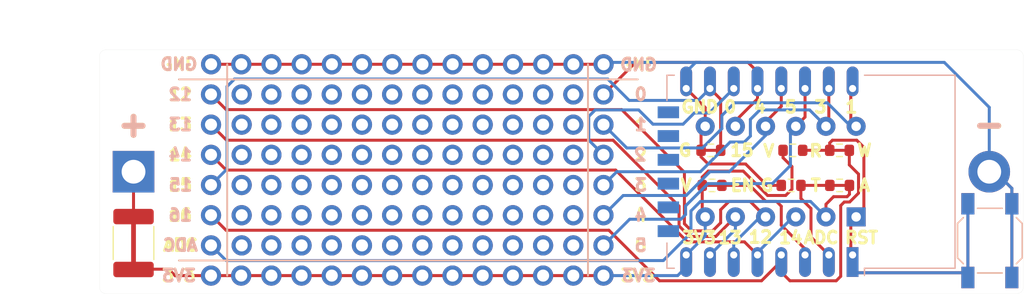
<source format=kicad_pcb>
(kicad_pcb (version 20221018) (generator pcbnew)
  (layers (0 "F.Cu" signal) (31 "B.Cu" signal) (34 "B.Paste" user) (35 "F.Paste" user) (36 "B.SilkS" user "B.Silkscreen") (37 "F.SilkS" user "F.Silkscreen") (38 "B.Mask" user) (39 "F.Mask" user) (44 "Edge.Cuts" user))
  (net 0 "")
  (net 1 "Net-(BT1-Pad1)")
  (net 2 "GND")
  (net 3 "VCC")
  (net 4 "/ADC")
  (net 5 "/IO16")
  (net 6 "/IO14")
  (net 7 "/IO12")
  (net 8 "/IO13")
  (net 15 "/IO2")
  (net 16 "/IO0")
  (net 17 "/IO4")
  (net 18 "/IO5")
  (net 19 "/IO3")
  (net 20 "/IO1")
  (net 21 "/RST")
  (net 22 "/EN")
  (net 23 "/IO15")
  (net 36 "/TOUT")
  (footprint "Resistor_SMD:R_0603_1608Metric" (layer "F.Cu") (at 119.325 71.15 180)
    (fp_text reference "R6" hide)
    (fp_text value "OPEN" hide)
    (fp_line (start -0.237258 -0.5225) (end 0.237258 -0.5225) (stroke (width 0.12)) (layer "F.SilkS"))
    (fp_line (start -0.237258 0.5225) (end 0.237258 0.5225) (stroke (width 0.12)) (layer "F.SilkS"))
    (pad "1" smd roundrect (at -0.825 0 180) (size 0.8 0.95) (layers "F.Cu" "F.Paste" "F.Mask") (net 36 "/TOUT"))
    (pad "2" smd roundrect (at 0.825 0 180) (size 0.8 0.95) (layers "F.Cu" "F.Paste" "F.Mask") (net 2 "GND"))
  )
  (footprint "2.54mm_Pin_Headers:Standalone_1x06" (layer "F.Cu") (at 88.3 63.5 -90)
    (fp_text reference "J5" hide)
    (fp_text value "Conn_01x06_Male" hide)
    (pad "1" thru_hole circle (at 0 0 270) (size 1.7 1.7) (drill 1.016) (layers "*.Cu" "*.Mask"))
    (pad "2" thru_hole circle (at 2.54 0 270) (size 1.7 1.7) (drill 1.016) (layers "*.Cu" "*.Mask"))
    (pad "3" thru_hole circle (at 5.08 0 270) (size 1.7 1.7) (drill 1.016) (layers "*.Cu" "*.Mask"))
    (pad "4" thru_hole circle (at 7.62 0 270) (size 1.7 1.7) (drill 1.016) (layers "*.Cu" "*.Mask"))
    (pad "5" thru_hole circle (at 10.16 0 270) (size 1.7 1.7) (drill 1.016) (layers "*.Cu" "*.Mask"))
    (pad "6" thru_hole circle (at 12.7 0 270) (size 1.7 1.7) (drill 1.016) (layers "*.Cu" "*.Mask"))
  )
  (footprint "2.54mm_Pin_Headers:Standalone_1x06" (layer "F.Cu") (at 75.6 63.5 -90)
    (fp_text reference "J14" hide)
    (fp_text value "Conn_01x06_Male" hide)
    (pad "1" thru_hole circle (at 0 0 270) (size 1.7 1.7) (drill 1.016) (layers "*.Cu" "*.Mask"))
    (pad "2" thru_hole circle (at 2.54 0 270) (size 1.7 1.7) (drill 1.016) (layers "*.Cu" "*.Mask"))
    (pad "3" thru_hole circle (at 5.08 0 270) (size 1.7 1.7) (drill 1.016) (layers "*.Cu" "*.Mask"))
    (pad "4" thru_hole circle (at 7.62 0 270) (size 1.7 1.7) (drill 1.016) (layers "*.Cu" "*.Mask"))
    (pad "5" thru_hole circle (at 10.16 0 270) (size 1.7 1.7) (drill 1.016) (layers "*.Cu" "*.Mask"))
    (pad "6" thru_hole circle (at 12.7 0 270) (size 1.7 1.7) (drill 1.016) (layers "*.Cu" "*.Mask"))
  )
  (footprint "2.54mm_Pin_Headers:Standalone_1x06" (layer "F.Cu") (at 93.38 63.5 -90)
    (fp_text reference "J6" hide)
    (fp_text value "Conn_01x06_Male" hide)
    (pad "1" thru_hole circle (at 0 0 270) (size 1.7 1.7) (drill 1.016) (layers "*.Cu" "*.Mask"))
    (pad "2" thru_hole circle (at 2.54 0 270) (size 1.7 1.7) (drill 1.016) (layers "*.Cu" "*.Mask"))
    (pad "3" thru_hole circle (at 5.08 0 270) (size 1.7 1.7) (drill 1.016) (layers "*.Cu" "*.Mask"))
    (pad "4" thru_hole circle (at 7.62 0 270) (size 1.7 1.7) (drill 1.016) (layers "*.Cu" "*.Mask"))
    (pad "5" thru_hole circle (at 10.16 0 270) (size 1.7 1.7) (drill 1.016) (layers "*.Cu" "*.Mask"))
    (pad "6" thru_hole circle (at 12.7 0 270) (size 1.7 1.7) (drill 1.016) (layers "*.Cu" "*.Mask"))
  )
  (footprint "Resistor_SMD:R_0603_1608Metric" (layer "F.Cu") (at 119.475 68.2)
    (fp_text reference "R3" hide)
    (fp_text value "10K" hide)
    (fp_line (start -0.237258 -0.5225) (end 0.237258 -0.5225) (stroke (width 0.12)) (layer "F.SilkS"))
    (fp_line (start -0.237258 0.5225) (end 0.237258 0.5225) (stroke (width 0.12)) (layer "F.SilkS"))
    (pad "1" smd roundrect (at -0.825 0) (size 0.8 0.95) (layers "F.Cu" "F.Paste" "F.Mask") (net 3 "VCC"))
    (pad "2" smd roundrect (at 0.825 0) (size 0.8 0.95) (layers "F.Cu" "F.Paste" "F.Mask") (net 21 "/RST"))
  )
  (footprint "KiCadBased:Fuse_1812_4532Metric_Pad1.30x3.40mm_HandSolder" (layer "F.Cu") (at 64 76 -90)
    (fp_text reference "F1" hide)
    (fp_text value "0R" hide)
    (fp_poly (pts (xy 1.7 0.2) (xy -1.7 0.2) (xy -1.7 -0.2) (xy 1.7 -0.2)) (fill solid) (layer "F.Cu"))
    (fp_line (start -1.386252 -1.71) (end 1.386252 -1.71) (stroke (width 0.12)) (layer "F.SilkS"))
    (fp_line (start -1.386252 1.71) (end 1.386252 1.71) (stroke (width 0.12)) (layer "F.SilkS"))
    (pad "1" smd roundrect (at -2.225 0 270) (size 1.3 3.4) (layers "F.Cu" "F.Paste" "F.Mask") (roundrect_rratio 0.1923076923) (net 1 "Net-(BT1-Pad1)"))
    (pad "2" smd roundrect (at 2.225 0 270) (size 1.3 3.4) (layers "F.Cu" "F.Paste" "F.Mask") (roundrect_rratio 0.1923076923) (net 3 "VCC"))
  )
  (footprint "2.54mm_Pin_Headers:Standalone_1x06" (layer "F.Cu") (at 85.76 63.5 -90)
    (fp_text reference "J12" hide)
    (fp_text value "Conn_01x06_Male" hide)
    (pad "1" thru_hole circle (at 0 0 270) (size 1.7 1.7) (drill 1.016) (layers "*.Cu" "*.Mask"))
    (pad "2" thru_hole circle (at 2.54 0 270) (size 1.7 1.7) (drill 1.016) (layers "*.Cu" "*.Mask"))
    (pad "3" thru_hole circle (at 5.08 0 270) (size 1.7 1.7) (drill 1.016) (layers "*.Cu" "*.Mask"))
    (pad "4" thru_hole circle (at 7.62 0 270) (size 1.7 1.7) (drill 1.016) (layers "*.Cu" "*.Mask"))
    (pad "5" thru_hole circle (at 10.16 0 270) (size 1.7 1.7) (drill 1.016) (layers "*.Cu" "*.Mask"))
    (pad "6" thru_hole circle (at 12.7 0 270) (size 1.7 1.7) (drill 1.016) (layers "*.Cu" "*.Mask"))
  )
  (footprint "2.54mm_Pin_Headers:Standalone_1x06" (layer "F.Cu") (at 101 63.5 -90)
    (fp_text reference "J11" hide)
    (fp_text value "Conn_01x06_Male" hide)
    (pad "1" thru_hole circle (at 0 0 270) (size 1.7 1.7) (drill 1.016) (layers "*.Cu" "*.Mask"))
    (pad "2" thru_hole circle (at 2.54 0 270) (size 1.7 1.7) (drill 1.016) (layers "*.Cu" "*.Mask"))
    (pad "3" thru_hole circle (at 5.08 0 270) (size 1.7 1.7) (drill 1.016) (layers "*.Cu" "*.Mask"))
    (pad "4" thru_hole circle (at 7.62 0 270) (size 1.7 1.7) (drill 1.016) (layers "*.Cu" "*.Mask"))
    (pad "5" thru_hole circle (at 10.16 0 270) (size 1.7 1.7) (drill 1.016) (layers "*.Cu" "*.Mask"))
    (pad "6" thru_hole circle (at 12.7 0 270) (size 1.7 1.7) (drill 1.016) (layers "*.Cu" "*.Mask"))
  )
  (footprint "2.54mm_Pin_Headers:Standalone_1x06" (layer "F.Cu") (at 73.1 63.5 -90)
    (fp_text reference "J7" hide)
    (fp_text value "Conn_01x06_Male" hide)
    (pad "1" thru_hole circle (at 0 0 270) (size 1.7 1.7) (drill 1.016) (layers "*.Cu" "*.Mask"))
    (pad "2" thru_hole circle (at 2.54 0 270) (size 1.7 1.7) (drill 1.016) (layers "*.Cu" "*.Mask"))
    (pad "3" thru_hole circle (at 5.08 0 270) (size 1.7 1.7) (drill 1.016) (layers "*.Cu" "*.Mask"))
    (pad "4" thru_hole circle (at 7.62 0 270) (size 1.7 1.7) (drill 1.016) (layers "*.Cu" "*.Mask"))
    (pad "5" thru_hole circle (at 10.16 0 270) (size 1.7 1.7) (drill 1.016) (layers "*.Cu" "*.Mask"))
    (pad "6" thru_hole circle (at 12.7 0 270) (size 1.7 1.7) (drill 1.016) (layers "*.Cu" "*.Mask"))
  )
  (footprint "KiCadBased:R_0603_1608Metric_Bridged" (layer "F.Cu") (at 123.4 68.2)
    (fp_text reference "R4" hide)
    (fp_text value "0R" hide)
    (fp_poly (pts (xy 0.45 0.125) (xy -0.45 0.125) (xy -0.45 -0.125) (xy 0.45 -0.125)) (fill solid) (layer "F.Cu"))
    (fp_line (start -0.237258 -0.5225) (end 0.237258 -0.5225) (stroke (width 0.12)) (layer "F.SilkS"))
    (fp_line (start -0.237258 0.5225) (end 0.237258 0.5225) (stroke (width 0.12)) (layer "F.SilkS"))
    (pad "1" smd roundrect (at -0.825 0) (size 0.8 0.95) (layers "F.Cu" "F.Paste" "F.Mask") (net 21 "/RST"))
    (pad "2" smd roundrect (at 0.825 0) (size 0.8 0.95) (layers "F.Cu" "F.Paste" "F.Mask") (net 5 "/IO16"))
  )
  (footprint "2.54mm_Pin_Headers:Standalone_1x06" (layer "F.Cu") (at 70.52 63.5 -90)
    (fp_text reference "J3" hide)
    (fp_text value "Conn_01x06_Male" hide)
    (pad "1" thru_hole circle (at 0 0 270) (size 1.7 1.7) (drill 1.016) (layers "*.Cu" "*.Mask") (net 7 "/IO12"))
    (pad "2" thru_hole circle (at 2.54 0 270) (size 1.7 1.7) (drill 1.016) (layers "*.Cu" "*.Mask") (net 8 "/IO13"))
    (pad "3" thru_hole circle (at 5.08 0 270) (size 1.7 1.7) (drill 1.016) (layers "*.Cu" "*.Mask") (net 6 "/IO14"))
    (pad "4" thru_hole circle (at 7.62 0 270) (size 1.7 1.7) (drill 1.016) (layers "*.Cu" "*.Mask") (net 23 "/IO15"))
    (pad "5" thru_hole circle (at 10.16 0 270) (size 1.7 1.7) (drill 1.016) (layers "*.Cu" "*.Mask") (net 5 "/IO16"))
    (pad "6" thru_hole circle (at 12.7 0 270) (size 1.7 1.7) (drill 1.016) (layers "*.Cu" "*.Mask") (net 4 "/ADC"))
  )
  (footprint "KiCadBased:R_0603_1608Metric_Bridged" (layer "F.Cu") (at 112.675 71.15)
    (fp_text reference "R1" hide)
    (fp_text value "0R" hide)
    (fp_poly (pts (xy 0.45 0.125) (xy -0.45 0.125) (xy -0.45 -0.125) (xy 0.45 -0.125)) (fill solid) (layer "F.Cu"))
    (fp_line (start -0.237258 -0.5225) (end 0.237258 -0.5225) (stroke (width 0.12)) (layer "F.SilkS"))
    (fp_line (start -0.237258 0.5225) (end 0.237258 0.5225) (stroke (width 0.12)) (layer "F.SilkS"))
    (pad "1" smd roundrect (at -0.825 0) (size 0.8 0.95) (layers "F.Cu" "F.Paste" "F.Mask") (net 3 "VCC"))
    (pad "2" smd roundrect (at 0.825 0) (size 0.8 0.95) (layers "F.Cu" "F.Paste" "F.Mask") (net 22 "/EN"))
  )
  (footprint "KiCadBased:R_0603_1608Metric_Bridged" (layer "F.Cu") (at 112.575 68.2)
    (fp_text reference "R2" hide)
    (fp_text value "0R" hide)
    (fp_poly (pts (xy 0.45 0.125) (xy -0.45 0.125) (xy -0.45 -0.125) (xy 0.45 -0.125)) (fill solid) (layer "F.Cu"))
    (fp_line (start -0.237258 -0.5225) (end 0.237258 -0.5225) (stroke (width 0.12)) (layer "F.SilkS"))
    (fp_line (start -0.237258 0.5225) (end 0.237258 0.5225) (stroke (width 0.12)) (layer "F.SilkS"))
    (pad "1" smd roundrect (at -0.825 0) (size 0.8 0.95) (layers "F.Cu" "F.Paste" "F.Mask") (net 2 "GND"))
    (pad "2" smd roundrect (at 0.825 0) (size 0.8 0.95) (layers "F.Cu" "F.Paste" "F.Mask") (net 23 "/IO15"))
  )
  (footprint "2.54mm_Pin_Headers:Standalone_1x06" (layer "F.Cu") (at 80.68 63.5 -90)
    (fp_text reference "J15" hide)
    (fp_text value "Conn_01x06_Male" hide)
    (pad "1" thru_hole circle (at 0 0 270) (size 1.7 1.7) (drill 1.016) (layers "*.Cu" "*.Mask"))
    (pad "2" thru_hole circle (at 2.54 0 270) (size 1.7 1.7) (drill 1.016) (layers "*.Cu" "*.Mask"))
    (pad "3" thru_hole circle (at 5.08 0 270) (size 1.7 1.7) (drill 1.016) (layers "*.Cu" "*.Mask"))
    (pad "4" thru_hole circle (at 7.62 0 270) (size 1.7 1.7) (drill 1.016) (layers "*.Cu" "*.Mask"))
    (pad "5" thru_hole circle (at 10.16 0 270) (size 1.7 1.7) (drill 1.016) (layers "*.Cu" "*.Mask"))
    (pad "6" thru_hole circle (at 12.7 0 270) (size 1.7 1.7) (drill 1.016) (layers "*.Cu" "*.Mask"))
  )
  (footprint "Button_Switch_SMD:SW_SPST_SKQG_WithStem" (layer "F.Cu") (at 136.05 75.8 90)
    (fp_text reference "SW1" hide)
    (fp_text value "SW_Push" hide)
    (fp_line (start -2.72 1.04) (end -2.72 -1.04) (stroke (width 0.12)) (layer "F.SilkS"))
    (fp_line (start -1.45 -2.72) (end -1.94 -2.23) (stroke (width 0.12)) (layer "F.SilkS"))
    (fp_line (start -1.45 -2.72) (end 1.45 -2.72) (stroke (width 0.12)) (layer "F.SilkS"))
    (fp_line (start -1.45 2.72) (end -1.94 2.23) (stroke (width 0.12)) (layer "F.SilkS"))
    (fp_line (start -1.45 2.72) (end 1.45 2.72) (stroke (width 0.12)) (layer "F.SilkS"))
    (fp_line (start 1.45 -2.72) (end 1.94 -2.23) (stroke (width 0.12)) (layer "F.SilkS"))
    (fp_line (start 1.45 2.72) (end 1.94 2.23) (stroke (width 0.12)) (layer "F.SilkS"))
    (fp_line (start 2.72 1.04) (end 2.72 -1.04) (stroke (width 0.12)) (layer "F.SilkS"))
    (pad "1" smd rect (at -3.1 -1.85 90) (size 1.8 1.1) (layers "F.Cu" "F.Paste" "F.Mask") (net 21 "/RST"))
    (pad "1" smd rect (at 3.1 -1.85 90) (size 1.8 1.1) (layers "F.Cu" "F.Paste" "F.Mask") (net 21 "/RST"))
    (pad "2" smd rect (at -3.1 1.85 90) (size 1.8 1.1) (layers "F.Cu" "F.Paste" "F.Mask") (net 2 "GND"))
    (pad "2" smd rect (at 3.1 1.85 90) (size 1.8 1.1) (layers "F.Cu" "F.Paste" "F.Mask") (net 2 "GND"))
  )
  (footprint "2.54mm_Pin_Headers:Standalone_1x06" (layer "F.Cu") (at 78.14 63.5 -90)
    (fp_text reference "J10" hide)
    (fp_text value "Conn_01x06_Male" hide)
    (pad "1" thru_hole circle (at 0 0 270) (size 1.7 1.7) (drill 1.016) (layers "*.Cu" "*.Mask"))
    (pad "2" thru_hole circle (at 2.54 0 270) (size 1.7 1.7) (drill 1.016) (layers "*.Cu" "*.Mask"))
    (pad "3" thru_hole circle (at 5.08 0 270) (size 1.7 1.7) (drill 1.016) (layers "*.Cu" "*.Mask"))
    (pad "4" thru_hole circle (at 7.62 0 270) (size 1.7 1.7) (drill 1.016) (layers "*.Cu" "*.Mask"))
    (pad "5" thru_hole circle (at 10.16 0 270) (size 1.7 1.7) (drill 1.016) (layers "*.Cu" "*.Mask"))
    (pad "6" thru_hole circle (at 12.7 0 270) (size 1.7 1.7) (drill 1.016) (layers "*.Cu" "*.Mask"))
  )
  (footprint "2.54mm_Pin_Headers:Standalone_1x06" (layer "F.Cu") (at 83.22 63.5 -90)
    (fp_text reference "J13" hide)
    (fp_text value "Conn_01x06_Male" hide)
    (pad "1" thru_hole circle (at 0 0 270) (size 1.7 1.7) (drill 1.016) (layers "*.Cu" "*.Mask"))
    (pad "2" thru_hole circle (at 2.54 0 270) (size 1.7 1.7) (drill 1.016) (layers "*.Cu" "*.Mask"))
    (pad "3" thru_hole circle (at 5.08 0 270) (size 1.7 1.7) (drill 1.016) (layers "*.Cu" "*.Mask"))
    (pad "4" thru_hole circle (at 7.62 0 270) (size 1.7 1.7) (drill 1.016) (layers "*.Cu" "*.Mask"))
    (pad "5" thru_hole circle (at 10.16 0 270) (size 1.7 1.7) (drill 1.016) (layers "*.Cu" "*.Mask"))
    (pad "6" thru_hole circle (at 12.7 0 270) (size 1.7 1.7) (drill 1.016) (layers "*.Cu" "*.Mask"))
  )
  (footprint "2.54mm_Pin_Headers:Standalone_1x14" (layer "F.Cu") (at 70.53 60.96)
    (fp_text reference "J17" hide)
    (fp_text value "Conn_01x14_Male" hide)
    (pad "1" thru_hole circle (at 0 0) (size 1.7 1.7) (drill 1.016) (layers "*.Cu" "*.Mask") (net 2 "GND"))
    (pad "2" thru_hole circle (at 2.54 0) (size 1.7 1.7) (drill 1.016) (layers "*.Cu" "*.Mask") (net 2 "GND"))
    (pad "3" thru_hole circle (at 5.08 0) (size 1.7 1.7) (drill 1.016) (layers "*.Cu" "*.Mask") (net 2 "GND"))
    (pad "4" thru_hole circle (at 7.62 0) (size 1.7 1.7) (drill 1.016) (layers "*.Cu" "*.Mask") (net 2 "GND"))
    (pad "5" thru_hole circle (at 10.16 0) (size 1.7 1.7) (drill 1.016) (layers "*.Cu" "*.Mask") (net 2 "GND"))
    (pad "6" thru_hole circle (at 12.7 0) (size 1.7 1.7) (drill 1.016) (layers "*.Cu" "*.Mask") (net 2 "GND"))
    (pad "7" thru_hole circle (at 15.24 0) (size 1.7 1.7) (drill 1.016) (layers "*.Cu" "*.Mask") (net 2 "GND"))
    (pad "8" thru_hole circle (at 17.78 0) (size 1.7 1.7) (drill 1.016) (layers "*.Cu" "*.Mask") (net 2 "GND"))
    (pad "9" thru_hole circle (at 20.32 0) (size 1.7 1.7) (drill 1.016) (layers "*.Cu" "*.Mask") (net 2 "GND"))
    (pad "10" thru_hole circle (at 22.86 0) (size 1.7 1.7) (drill 1.016) (layers "*.Cu" "*.Mask") (net 2 "GND"))
    (pad "11" thru_hole circle (at 25.4 0) (size 1.7 1.7) (drill 1.016) (layers "*.Cu" "*.Mask") (net 2 "GND"))
    (pad "12" thru_hole circle (at 27.94 0) (size 1.7 1.7) (drill 1.016) (layers "*.Cu" "*.Mask") (net 2 "GND"))
    (pad "13" thru_hole circle (at 30.48 0) (size 1.7 1.7) (drill 1.016) (layers "*.Cu" "*.Mask") (net 2 "GND"))
    (pad "14" thru_hole circle (at 33.02 0) (size 1.7 1.7) (drill 1.016) (layers "*.Cu" "*.Mask") (net 2 "GND"))
  )
  (footprint "2.54mm_Pin_Headers:Standalone_1x06" (layer "F.Cu") (at 103.54 76.2 90)
    (fp_text reference "J16" hide)
    (fp_text value "Conn_01x06_Male" hide)
    (pad "1" thru_hole circle (at 0 0 90) (size 1.7 1.7) (drill 1.016) (layers "*.Cu" "*.Mask") (net 18 "/IO5"))
    (pad "2" thru_hole circle (at 2.54 0 90) (size 1.7 1.7) (drill 1.016) (layers "*.Cu" "*.Mask") (net 17 "/IO4"))
    (pad "3" thru_hole circle (at 5.08 0 90) (size 1.7 1.7) (drill 1.016) (layers "*.Cu" "*.Mask") (net 19 "/IO3"))
    (pad "4" thru_hole circle (at 7.62 0 90) (size 1.7 1.7) (drill 1.016) (layers "*.Cu" "*.Mask") (net 15 "/IO2"))
    (pad "5" thru_hole circle (at 10.16 0 90) (size 1.7 1.7) (drill 1.016) (layers "*.Cu" "*.Mask") (net 20 "/IO1"))
    (pad "6" thru_hole circle (at 12.7 0 90) (size 1.7 1.7) (drill 1.016) (layers "*.Cu" "*.Mask") (net 16 "/IO0"))
  )
  (footprint "2.54mm_Pin_Headers:Standalone_1x06" (layer "F.Cu") (at 90.84 63.5 -90)
    (fp_text reference "J9" hide)
    (fp_text value "Conn_01x06_Male" hide)
    (pad "1" thru_hole circle (at 0 0 270) (size 1.7 1.7) (drill 1.016) (layers "*.Cu" "*.Mask"))
    (pad "2" thru_hole circle (at 2.54 0 270) (size 1.7 1.7) (drill 1.016) (layers "*.Cu" "*.Mask"))
    (pad "3" thru_hole circle (at 5.08 0 270) (size 1.7 1.7) (drill 1.016) (layers "*.Cu" "*.Mask"))
    (pad "4" thru_hole circle (at 7.62 0 270) (size 1.7 1.7) (drill 1.016) (layers "*.Cu" "*.Mask"))
    (pad "5" thru_hole circle (at 10.16 0 270) (size 1.7 1.7) (drill 1.016) (layers "*.Cu" "*.Mask"))
    (pad "6" thru_hole circle (at 12.7 0 270) (size 1.7 1.7) (drill 1.016) (layers "*.Cu" "*.Mask"))
  )
  (footprint "2.54mm_Pin_Headers:Standalone_1x14" (layer "F.Cu") (at 70.52 78.74)
    (fp_text reference "J2" hide)
    (fp_text value "Conn_01x14_Male" hide)
    (pad "1" thru_hole circle (at 0 0) (size 1.7 1.7) (drill 1.016) (layers "*.Cu" "*.Mask") (net 3 "VCC"))
    (pad "2" thru_hole circle (at 2.54 0) (size 1.7 1.7) (drill 1.016) (layers "*.Cu" "*.Mask") (net 3 "VCC"))
    (pad "3" thru_hole circle (at 5.08 0) (size 1.7 1.7) (drill 1.016) (layers "*.Cu" "*.Mask") (net 3 "VCC"))
    (pad "4" thru_hole circle (at 7.62 0) (size 1.7 1.7) (drill 1.016) (layers "*.Cu" "*.Mask") (net 3 "VCC"))
    (pad "5" thru_hole circle (at 10.16 0) (size 1.7 1.7) (drill 1.016) (layers "*.Cu" "*.Mask") (net 3 "VCC"))
    (pad "6" thru_hole circle (at 12.7 0) (size 1.7 1.7) (drill 1.016) (layers "*.Cu" "*.Mask") (net 3 "VCC"))
    (pad "7" thru_hole circle (at 15.24 0) (size 1.7 1.7) (drill 1.016) (layers "*.Cu" "*.Mask") (net 3 "VCC"))
    (pad "8" thru_hole circle (at 17.78 0) (size 1.7 1.7) (drill 1.016) (layers "*.Cu" "*.Mask") (net 3 "VCC"))
    (pad "9" thru_hole circle (at 20.32 0) (size 1.7 1.7) (drill 1.016) (layers "*.Cu" "*.Mask") (net 3 "VCC"))
    (pad "10" thru_hole circle (at 22.86 0) (size 1.7 1.7) (drill 1.016) (layers "*.Cu" "*.Mask") (net 3 "VCC"))
    (pad "11" thru_hole circle (at 25.4 0) (size 1.7 1.7) (drill 1.016) (layers "*.Cu" "*.Mask") (net 3 "VCC"))
    (pad "12" thru_hole circle (at 27.94 0) (size 1.7 1.7) (drill 1.016) (layers "*.Cu" "*.Mask") (net 3 "VCC"))
    (pad "13" thru_hole circle (at 30.48 0) (size 1.7 1.7) (drill 1.016) (layers "*.Cu" "*.Mask") (net 3 "VCC"))
    (pad "14" thru_hole circle (at 33.02 0) (size 1.7 1.7) (drill 1.016) (layers "*.Cu" "*.Mask") (net 3 "VCC"))
  )
  (footprint "2.54mm_Pin_Headers:Standalone_1x06" (layer "F.Cu") (at 95.92 63.5 -90)
    (fp_text reference "J4" hide)
    (fp_text value "Conn_01x06_Male" hide)
    (pad "1" thru_hole circle (at 0 0 270) (size 1.7 1.7) (drill 1.016) (layers "*.Cu" "*.Mask"))
    (pad "2" thru_hole circle (at 2.54 0 270) (size 1.7 1.7) (drill 1.016) (layers "*.Cu" "*.Mask"))
    (pad "3" thru_hole circle (at 5.08 0 270) (size 1.7 1.7) (drill 1.016) (layers "*.Cu" "*.Mask"))
    (pad "4" thru_hole circle (at 7.62 0 270) (size 1.7 1.7) (drill 1.016) (layers "*.Cu" "*.Mask"))
    (pad "5" thru_hole circle (at 10.16 0 270) (size 1.7 1.7) (drill 1.016) (layers "*.Cu" "*.Mask"))
    (pad "6" thru_hole circle (at 12.7 0 270) (size 1.7 1.7) (drill 1.016) (layers "*.Cu" "*.Mask"))
  )
  (footprint "KiCadBased:R_0603_1608Metric_Bridged" (layer "F.Cu") (at 123.41 71.15 180)
    (fp_text reference "R5" hide)
    (fp_text value "0R" hide)
    (fp_poly (pts (xy 0.45 0.125) (xy -0.45 0.125) (xy -0.45 -0.125) (xy 0.45 -0.125)) (fill solid) (layer "F.Cu"))
    (fp_line (start -0.237258 -0.5225) (end 0.237258 -0.5225) (stroke (width 0.12)) (layer "F.SilkS"))
    (fp_line (start -0.237258 0.5225) (end 0.237258 0.5225) (stroke (width 0.12)) (layer "F.SilkS"))
    (pad "1" smd roundrect (at -0.825 0 180) (size 0.8 0.95) (layers "F.Cu" "F.Paste" "F.Mask") (net 4 "/ADC"))
    (pad "2" smd roundrect (at 0.825 0 180) (size 0.8 0.95) (layers "F.Cu" "F.Paste" "F.Mask") (net 36 "/TOUT"))
  )
  (footprint "2.54mm_Pin_Headers:Standalone_1x06" (layer "F.Cu") (at 98.46 63.5 -90)
    (fp_text reference "J8" hide)
    (fp_text value "Conn_01x06_Male" hide)
    (pad "1" thru_hole circle (at 0 0 270) (size 1.7 1.7) (drill 1.016) (layers "*.Cu" "*.Mask"))
    (pad "2" thru_hole circle (at 2.54 0 270) (size 1.7 1.7) (drill 1.016) (layers "*.Cu" "*.Mask"))
    (pad "3" thru_hole circle (at 5.08 0 270) (size 1.7 1.7) (drill 1.016) (layers "*.Cu" "*.Mask"))
    (pad "4" thru_hole circle (at 7.62 0 270) (size 1.7 1.7) (drill 1.016) (layers "*.Cu" "*.Mask"))
    (pad "5" thru_hole circle (at 10.16 0 270) (size 1.7 1.7) (drill 1.016) (layers "*.Cu" "*.Mask"))
    (pad "6" thru_hole circle (at 12.7 0 270) (size 1.7 1.7) (drill 1.016) (layers "*.Cu" "*.Mask"))
  )
  (footprint "Battery:BatteryHolder_MPD_BH-18650-PC2" (layer "F.Cu") (at 64 70)
    (fp_text reference "BT1" hide)
    (fp_text value "Battery_Cell" hide)
    (pad "1" thru_hole rect (at 0 0) (size 3.5 3.5) (drill 2) (layers "*.Cu" "*.Mask") (net 1 "Net-(BT1-Pad1)"))
    (pad "2" thru_hole circle (at 72 0) (size 3.5 3.5) (drill 2) (layers "*.Cu" "*.Mask") (net 2 "GND"))
  )
  (footprint "Button_Switch_SMD:SW_SPST_SKQG_WithStem" (layer "B.Cu") (at 136.05 75.8 -90)
    (fp_text reference "SW2" hide)
    (fp_text value "SW_Push" hide)
    (fp_line (start -2.72 -1.04) (end -2.72 1.04) (stroke (width 0.12)) (layer "B.SilkS"))
    (fp_line (start -1.45 -2.72) (end -1.94 -2.23) (stroke (width 0.12)) (layer "B.SilkS"))
    (fp_line (start -1.45 -2.72) (end 1.45 -2.72) (stroke (width 0.12)) (layer "B.SilkS"))
    (fp_line (start -1.45 2.72) (end -1.94 2.23) (stroke (width 0.12)) (layer "B.SilkS"))
    (fp_line (start -1.45 2.72) (end 1.45 2.72) (stroke (width 0.12)) (layer "B.SilkS"))
    (fp_line (start 1.45 -2.72) (end 1.94 -2.23) (stroke (width 0.12)) (layer "B.SilkS"))
    (fp_line (start 1.45 2.72) (end 1.94 2.23) (stroke (width 0.12)) (layer "B.SilkS"))
    (fp_line (start 2.72 -1.04) (end 2.72 1.04) (stroke (width 0.12)) (layer "B.SilkS"))
    (pad "1" smd rect (at -3.1 1.85 270) (size 1.8 1.1) (layers "B.Cu" "B.Paste" "B.Mask") (net 21 "/RST"))
    (pad "1" smd rect (at 3.1 1.85 270) (size 1.8 1.1) (layers "B.Cu" "B.Paste" "B.Mask") (net 21 "/RST"))
    (pad "2" smd rect (at -3.1 -1.85 270) (size 1.8 1.1) (layers "B.Cu" "B.Paste" "B.Mask") (net 2 "GND"))
    (pad "2" smd rect (at 3.1 -1.85 270) (size 1.8 1.1) (layers "B.Cu" "B.Paste" "B.Mask") (net 2 "GND"))
  )
  (footprint "Package_DIP:DIP-12_W7.62mm" (layer "B.Cu") (at 124.8 73.8 90)
    (fp_text reference "J1" hide)
    (fp_text value "Conn_02x06_Counter_Clockwise" hide)
    (pad "1" thru_hole rect (at 0 0 90) (size 1.6 1.6) (drill 0.8) (layers "*.Cu" "*.Mask") (net 21 "/RST"))
    (pad "2" thru_hole oval (at 0 -2.54 90) (size 1.6 1.6) (drill 0.8) (layers "*.Cu" "*.Mask") (net 4 "/ADC"))
    (pad "3" thru_hole oval (at 0 -5.08 90) (size 1.6 1.6) (drill 0.8) (layers "*.Cu" "*.Mask") (net 6 "/IO14"))
    (pad "4" thru_hole oval (at 0 -7.62 90) (size 1.6 1.6) (drill 0.8) (layers "*.Cu" "*.Mask") (net 7 "/IO12"))
    (pad "5" thru_hole oval (at 0 -10.16 90) (size 1.6 1.6) (drill 0.8) (layers "*.Cu" "*.Mask") (net 8 "/IO13"))
    (pad "6" thru_hole oval (at 0 -12.7 90) (size 1.6 1.6) (drill 0.8) (layers "*.Cu" "*.Mask") (net 3 "VCC"))
    (pad "7" thru_hole oval (at 7.62 -12.7 90) (size 1.6 1.6) (drill 0.8) (layers "*.Cu" "*.Mask") (net 2 "GND"))
    (pad "8" thru_hole oval (at 7.62 -10.16 90) (size 1.6 1.6) (drill 0.8) (layers "*.Cu" "*.Mask") (net 16 "/IO0"))
    (pad "9" thru_hole oval (at 7.62 -7.62 90) (size 1.6 1.6) (drill 0.8) (layers "*.Cu" "*.Mask") (net 17 "/IO4"))
    (pad "10" thru_hole oval (at 7.62 -5.08 90) (size 1.6 1.6) (drill 0.8) (layers "*.Cu" "*.Mask") (net 18 "/IO5"))
    (pad "11" thru_hole oval (at 7.62 -2.54 90) (size 1.6 1.6) (drill 0.8) (layers "*.Cu" "*.Mask") (net 19 "/IO3"))
    (pad "12" thru_hole oval (at 7.62 0 90) (size 1.6 1.6) (drill 0.8) (layers "*.Cu" "*.Mask") (net 20 "/IO1"))
  )
  (footprint "KiCadBased:ESP-12E_THT" (layer "B.Cu") (at 121 70 90)
    (fp_text reference "U1" hide)
    (fp_text value "ESP-12F" hide)
    (fp_line (start -8.12 -12.12) (end -8.12 -11.5) (stroke (width 0.12)) (layer "B.SilkS"))
    (fp_line (start -8.12 4.5) (end -8.73 4.5) (stroke (width 0.12)) (layer "B.SilkS"))
    (fp_line (start -8.12 4.5) (end -8.12 12.12) (stroke (width 0.12)) (layer "B.SilkS"))
    (fp_line (start -8.12 12.12) (end 8.12 12.12) (stroke (width 0.12)) (layer "B.SilkS"))
    (fp_line (start -6 -12.12) (end -8.12 -12.12) (stroke (width 0.12)) (layer "B.SilkS"))
    (fp_line (start 8.12 -12.12) (end 6 -12.12) (stroke (width 0.12)) (layer "B.SilkS"))
    (fp_line (start 8.12 -11.5) (end 8.12 -12.12) (stroke (width 0.12)) (layer "B.SilkS"))
    (fp_line (start 8.12 12.12) (end 8.12 4.5) (stroke (width 0.12)) (layer "B.SilkS"))
    (pad "1" thru_hole rect (at -7 3.5 90) (size 2.5 1) (drill 0.6 (offset -0.6 0)) (layers "*.Cu" "*.Mask") (net 21 "/RST"))
    (pad "2" thru_hole oval (at -7 1.5 90) (size 2.5 1) (drill 0.6 (offset -0.6 0)) (layers "*.Cu" "*.Mask") (net 36 "/TOUT"))
    (pad "3" thru_hole oval (at -7 -0.5 90) (size 2.5 1) (drill 0.6 (offset -0.6 0)) (layers "*.Cu" "*.Mask") (net 22 "/EN"))
    (pad "4" thru_hole oval (at -7 -2.5 90) (size 2.5 1) (drill 0.6 (offset -0.6 0)) (layers "*.Cu" "*.Mask") (net 5 "/IO16"))
    (pad "5" thru_hole oval (at -7 -4.5 90) (size 2.5 1) (drill 0.6 (offset -0.6 0)) (layers "*.Cu" "*.Mask") (net 6 "/IO14"))
    (pad "6" thru_hole oval (at -7 -6.5 90) (size 2.5 1) (drill 0.6 (offset -0.6 0)) (layers "*.Cu" "*.Mask") (net 7 "/IO12"))
    (pad "7" thru_hole oval (at -7 -8.5 90) (size 2.5 1) (drill 0.6 (offset -0.6 0)) (layers "*.Cu" "*.Mask") (net 8 "/IO13"))
    (pad "8" thru_hole oval (at -7 -10.5 90) (size 2.5 1) (drill 0.6 (offset -0.6 0)) (layers "*.Cu" "*.Mask") (net 3 "VCC"))
    (pad "9" smd rect (at -5 -12 90) (size 1 1.8) (layers "B.Cu" "B.Paste" "B.Mask"))
    (pad "10" smd rect (at -3 -12 90) (size 1 1.8) (layers "B.Cu" "B.Paste" "B.Mask"))
    (pad "11" smd rect (at -1 -12 90) (size 1 1.8) (layers "B.Cu" "B.Paste" "B.Mask"))
    (pad "12" smd rect (at 1 -12 90) (size 1 1.8) (layers "B.Cu" "B.Paste" "B.Mask"))
    (pad "13" smd rect (at 3 -12 90) (size 1 1.8) (layers "B.Cu" "B.Paste" "B.Mask"))
    (pad "14" smd rect (at 5 -12 90) (size 1 1.8) (layers "B.Cu" "B.Paste" "B.Mask"))
    (pad "15" thru_hole oval (at 7 -10.5 90) (size 2.5 1) (drill 0.6 (offset 0.6 0)) (layers "*.Cu" "*.Mask") (net 2 "GND"))
    (pad "16" thru_hole oval (at 7 -8.5 90) (size 2.5 1) (drill 0.6 (offset 0.6 0)) (layers "*.Cu" "*.Mask") (net 23 "/IO15"))
    (pad "17" thru_hole oval (at 7 -6.5 90) (size 2.5 1) (drill 0.6 (offset 0.6 0)) (layers "*.Cu" "*.Mask") (net 15 "/IO2"))
    (pad "18" thru_hole oval (at 7 -4.5 90) (size 2.5 1) (drill 0.6 (offset 0.6 0)) (layers "*.Cu" "*.Mask") (net 16 "/IO0"))
    (pad "19" thru_hole oval (at 7 -2.5 90) (size 2.5 1) (drill 0.6 (offset 0.6 0)) (layers "*.Cu" "*.Mask") (net 17 "/IO4"))
    (pad "20" thru_hole oval (at 7 -0.5 90) (size 2.5 1) (drill 0.6 (offset 0.6 0)) (layers "*.Cu" "*.Mask") (net 18 "/IO5"))
    (pad "21" thru_hole oval (at 7 1.5 90) (size 2.5 1) (drill 0.6 (offset 0.6 0)) (layers "*.Cu" "*.Mask") (net 19 "/IO3"))
    (pad "22" thru_hole oval (at 7 3.5 90) (size 2.5 1) (drill 0.6 (offset 0.6 0)) (layers "*.Cu" "*.Mask") (net 20 "/IO1"))
  )
  (gr_line (start 106.426 77.47) (end 67.818 77.47) (stroke (width 0.15)) (layer "B.SilkS"))
  (gr_line (start 67.818 62.23) (end 106.426 62.23) (stroke (width 0.15)) (layer "B.SilkS"))
  (gr_line (start 71.882 78.74) (end 71.882 60.96) (stroke (width 0.15)) (layer "B.SilkS"))
  (gr_line (start 102.235 60.96) (end 102.235 78.74) (stroke (width 0.15)) (layer "B.SilkS"))
  (gr_line (start 102.235 78.74) (end 102.235 60.96) (stroke (width 0.15)) (layer "F.SilkS"))
  (gr_line (start 71.882 60.96) (end 71.882 78.74) (stroke (width 0.15)) (layer "F.SilkS"))
  (gr_line (start 67.818 62.23) (end 106.426 62.23) (stroke (width 0.15)) (layer "F.SilkS"))
  (gr_line (start 106.426 77.47) (end 67.818 77.47) (stroke (width 0.15)) (layer "F.SilkS"))
  (gr_line (start 61.65 80.25) (end 138.35 80.25) (stroke (width 0.01)) (layer "Edge.Cuts"))
  (gr_arc (start 138.35 59.75) (mid 138.703553 59.896447) (end 138.85 60.25) (stroke (width 0.01)) (layer "Edge.Cuts"))
  (gr_line (start 138.85 79.75) (end 138.85 60.25) (stroke (width 0.01)) (layer "Edge.Cuts"))
  (gr_arc (start 61.65 80.25) (mid 61.296447 80.103553) (end 61.15 79.75) (stroke (width 0.01)) (layer "Edge.Cuts"))
  (gr_arc (start 61.15 60.25) (mid 61.296447 59.896447) (end 61.65 59.75) (stroke (width 0.01)) (layer "Edge.Cuts"))
  (gr_arc (start 138.85 79.75) (mid 138.703553 80.103553) (end 138.35 80.25) (stroke (width 0.01)) (layer "Edge.Cuts"))
  (gr_line (start 61.15 60.25) (end 61.15 79.75) (stroke (width 0.01)) (layer "Edge.Cuts"))
  (gr_line (start 138.35 59.75) (end 61.65 59.75) (stroke (width 0.01)) (layer "Edge.Cuts"))
  (gr_text "GND" (at 106.5 61) (layer "B.SilkS") (effects (font (size 1 1) (thickness 0.25)) (justify mirror)))
  (gr_text "GND" (at 67.818 60.96) (layer "B.SilkS") (effects (font (size 1 1) (thickness 0.25)) (justify mirror)))
  (gr_text "ADC" (at 67.944999 76.174851) (layer "B.SilkS") (effects (font (size 1 1) (thickness 0.25)) (justify mirror)))
  (gr_text "13" (at 67.932944 66.03482) (layer "B.SilkS") (effects (font (size 1 1) (thickness 0.25)) (justify mirror)))
  (gr_text "14" (at 67.932944 68.572677) (layer "B.SilkS") (effects (font (size 1 1) (thickness 0.25)) (justify mirror)))
  (gr_text "0" (at 106.67482 63.486069) (layer "B.SilkS") (effects (font (size 1 1) (thickness 0.25)) (justify mirror)))
  (gr_text "2" (at 106.606 68.58) (layer "B.SilkS") (effects (font (size 1 1) (thickness 0.25)) (justify mirror)))
  (gr_text "-" (at 135.986316 65.996077) (layer "B.SilkS") (effects (font (size 2 2) (thickness 0.5)) (justify mirror)))
  (gr_text "3V3" (at 67.818 78.74) (layer "B.SilkS") (effects (font (size 1 1) (thickness 0.25)) (justify mirror)))
  (gr_text "16" (at 67.932944 73.64839) (layer "B.SilkS") (effects (font (size 1 1) (thickness 0.25)) (justify mirror)))
  (gr_text "4\n" (at 106.678416 73.66) (layer "B.SilkS") (effects (font (size 1 1) (thickness 0.25)) (justify mirror)))
  (gr_text "3V3" (at 106.5 78.74) (layer "B.SilkS") (effects (font (size 1 1) (thickness 0.25)) (justify mirror)))
  (gr_text "12" (at 67.932944 63.496964) (layer "B.SilkS") (effects (font (size 1 1) (thickness 0.25)) (justify mirror)))
  (gr_text "5" (at 106.674523 76.197619) (layer "B.SilkS") (effects (font (size 1 1) (thickness 0.25)) (justify mirror)))
  (gr_text "1" (at 106.68 66.04) (layer "B.SilkS") (effects (font (size 1 1) (thickness 0.25)) (justify mirror)))
  (gr_text "15\n" (at 67.945 71.12) (layer "B.SilkS") (effects (font (size 1 1) (thickness 0.25)) (justify mirror)))
  (gr_text "3\n" (at 106.678416 71.12) (layer "B.SilkS") (effects (font (size 1 1) (thickness 0.25)) (justify mirror)))
  (gr_text "+" (at 64 66) (layer "B.SilkS") (effects (font (size 2 2) (thickness 0.5)) (justify mirror)))
  (gr_text "15" (at 115.2 68.2) (layer "F.SilkS") (effects (font (size 1 1) (thickness 0.25))))
  (gr_text "-" (at 136 66) (layer "F.SilkS") (effects (font (size 2 2) (thickness 0.5))))
  (gr_text "V" (at 110.5 71.15) (layer "F.SilkS") (effects (font (size 1 1) (thickness 0.25)) (justify mirror)))
  (gr_text "14" (at 119.3 75.55) (layer "F.SilkS") (effects (font (size 1 1) (thickness 0.25))))
  (gr_text "13" (at 114.2 75.55) (layer "F.SilkS") (effects (font (size 1 1) (thickness 0.25))))
  (gr_text "GND" (at 111.65 64.55) (layer "F.SilkS") (effects (font (size 1 1) (thickness 0.25))))
  (gr_text "4\n" (at 106.68 73.66) (layer "F.SilkS") (effects (font (size 1 1) (thickness 0.25))))
  (gr_text "3V3" (at 111.6 75.55) (layer "F.SilkS") (effects (font (size 1 1) (thickness 0.25))))
  (gr_text "A" (at 125.5 71.15) (layer "F.SilkS") (effects (font (size 1 1) (thickness 0.25))))
  (gr_text "1" (at 106.68 66.04) (layer "F.SilkS") (effects (font (size 1 1) (thickness 0.25))))
  (gr_text "16" (at 67.932944 73.64839) (layer "F.SilkS") (effects (font (size 1 1) (thickness 0.25))))
  (gr_text "+" (at 64 66) (layer "F.SilkS") (effects (font (size 2 2) (thickness 0.5))))
  (gr_text "15\n" (at 67.945 71.12) (layer "F.SilkS") (effects (font (size 1 1) (thickness 0.25))))
  (gr_text "1" (at 124.4 64.55) (layer "F.SilkS") (effects (font (size 1 1) (thickness 0.25))))
  (gr_text "RST\n" (at 125.25 75.55) (layer "F.SilkS") (effects (font (size 1 1) (thickness 0.25))))
  (gr_text "12" (at 67.932944 63.496964) (layer "F.SilkS") (effects (font (size 1 1) (thickness 0.25))))
  (gr_text "R\n" (at 121.4 68.25) (layer "F.SilkS") (effects (font (size 1 1) (thickness 0.25))))
  (gr_text "3V3" (at 106.426 78.74) (layer "F.SilkS") (effects (font (size 1 1) (thickness 0.25))))
  (gr_text "5" (at 119.3 64.55) (layer "F.SilkS") (effects (font (size 1 1) (thickness 0.25))))
  (gr_text "12" (at 116.75 75.5) (layer "F.SilkS") (effects (font (size 1 1) (thickness 0.25))))
  (gr_text "EN\n" (at 115.25 71.15) (layer "F.SilkS") (effects (font (size 1 1) (thickness 0.25))))
  (gr_text "13" (at 67.932944 66.03482) (layer "F.SilkS") (effects (font (size 1 1) (thickness 0.25))))
  (gr_text "3V3" (at 67.818 78.74) (layer "F.SilkS") (effects (font (size 1 1) (thickness 0.25))))
  (gr_text "4" (at 116.7 64.55) (layer "F.SilkS") (effects (font (size 1 1) (thickness 0.25))))
  (gr_text "14" (at 67.932943 68.567375) (layer "F.SilkS") (effects (font (size 1 1) (thickness 0.25))))
  (gr_text "2" (at 106.68 68.58) (layer "F.SilkS") (effects (font (size 1 1) (thickness 0.25))))
  (gr_text "5" (at 106.674523 76.197619) (layer "F.SilkS") (effects (font (size 1 1) (thickness 0.25))))
  (gr_text "ADC" (at 67.944999 76.174851) (layer "F.SilkS") (effects (font (size 1 1) (thickness 0.25))))
  (gr_text "0" (at 106.67482 63.486069) (layer "F.SilkS") (effects (font (size 1 1) (thickness 0.25))))
  (gr_text "0" (at 114.2 64.55) (layer "F.SilkS") (effects (font (size 1 1) (thickness 0.25))))
  (gr_text "G" (at 117.3 71.15) (layer "F.SilkS") (effects (font (size 1 1) (thickness 0.25))))
  (gr_text "T" (at 121.4 71.15) (layer "F.SilkS") (effects (font (size 1 1) (thickness 0.25))))
  (gr_text "V" (at 117.45 68.25) (layer "F.SilkS") (effects (font (size 1 1) (thickness 0.25))))
  (gr_text "3\n" (at 106.68 71.12) (layer "F.SilkS") (effects (font (size 1 1) (thickness 0.25))))
  (gr_text "3\n" (at 121.8 64.55) (layer "F.SilkS") (effects (font (size 1 1) (thickness 0.25))))
  (gr_text "GND" (at 106.5 61) (layer "F.SilkS") (effects (font (size 1 1) (thickness 0.25))))
  (gr_text "G" (at 110.4 68.2) (layer "F.SilkS") (effects (font (size 1 1) (thickness 0.25))))
  (gr_text "W" (at 125.5 68.2) (layer "F.SilkS") (effects (font (size 1 1) (thickness 0.25))))
  (gr_text "GND" (at 67.818 60.96) (layer "F.SilkS") (effects (font (size 1 1) (thickness 0.25))))
  (gr_text "ADC\n" (at 121.85 75.55) (layer "F.SilkS") (effects (font (size 1 1) (thickness 0.25))))
  (segment (start 64 70) (end 64 73.775) (width 0.25) (layer "F.Cu") (net 1))
  (segment (start 137.9 71.4) (end 136.5 70) (width 0.25) (layer "F.Cu") (net 2))
  (segment (start 137.9 78.9) (end 137.9 72.7) (width 0.25) (layer "F.Cu") (net 2))
  (segment (start 103.55 60.96) (end 70.53 60.96) (width 0.25) (layer "F.Cu") (net 2))
  (segment (start 110.5 63) (end 112.1 64.6) (width 0.25) (layer "F.Cu") (net 2))
  (segment (start 117.3 71.15) (end 118.5 71.15) (width 0.25) (layer "F.Cu") (net 2))
  (segment (start 111.75 68.2) (end 111.75 68.75) (width 0.25) (layer "F.Cu") (net 2))
  (segment (start 136 70) (end 136.5 70) (width 0.25) (layer "F.Cu") (net 2))
  (segment (start 112.1 64.6) (end 112.1 66.18) (width 0.25) (layer "F.Cu") (net 2))
  (segment (start 136.6 70) (end 136 70) (width 0.25) (layer "F.Cu") (net 2))
  (segment (start 112.35 69.35) (end 115.5 69.35) (width 0.25) (layer "F.Cu") (net 2))
  (segment (start 111.75 68.2) (end 111.75 66.53) (width 0.25) (layer "F.Cu") (net 2))
  (segment (start 111.75 66.53) (end 112.1 66.18) (width 0.25) (layer "F.Cu") (net 2))
  (segment (start 115.5 69.35) (end 117.3 71.15) (width 0.25) (layer "F.Cu") (net 2))
  (segment (start 137.9 72.7) (end 137.9 71.4) (width 0.25) (layer "F.Cu") (net 2))
  (segment (start 111.75 68.75) (end 112.35 69.35) (width 0.25) (layer "F.Cu") (net 2))
  (segment (start 103.71 60.8) (end 103.55 60.96) (width 0.25) (layer "B.Cu") (net 2))
  (segment (start 132.216778 60.8) (end 111.7 60.8) (width 0.25) (layer "B.Cu") (net 2))
  (segment (start 111.3 60.8) (end 111.7 60.8) (width 0.25) (layer "B.Cu") (net 2))
  (segment (start 137.9 72.7) (end 137.9 71.4) (width 0.25) (layer "B.Cu") (net 2))
  (segment (start 110.5 63) (end 110.5 61.6) (width 0.25) (layer "B.Cu") (net 2))
  (segment (start 111.7 60.8) (end 103.71 60.8) (width 0.25) (layer "B.Cu") (net 2))
  (segment (start 136.5 70) (end 136 70) (width 0.25) (layer "B.Cu") (net 2))
  (segment (start 136 70) (end 136 64.583222) (width 0.25) (layer "B.Cu") (net 2))
  (segment (start 137.9 71.4) (end 136.5 70) (width 0.25) (layer "B.Cu") (net 2))
  (segment (start 136 64.583222) (end 132.216778 60.8) (width 0.25) (layer "B.Cu") (net 2))
  (segment (start 136.6 70) (end 136 70) (width 0.25) (layer "B.Cu") (net 2))
  (segment (start 110.5 61.6) (end 111.3 60.8) (width 0.25) (layer "B.Cu") (net 2))
  (segment (start 137.9 72.7) (end 137.9 78.9) (width 0.25) (layer "B.Cu") (net 2))
  (segment (start 111.85 71.15) (end 111.85 70.45) (width 0.25) (layer "F.Cu") (net 3))
  (segment (start 64.025 78.2) (end 64 78.225) (width 0.25) (layer "F.Cu") (net 3))
  (segment (start 111.85 70.45) (end 112.35 69.95) (width 0.25) (layer "F.Cu") (net 3))
  (segment (start 67 78.25) (end 67.075 78.325) (width 0.25) (layer "F.Cu") (net 3))
  (segment (start 119.4 71.467462) (end 119.4 69.574695) (width 0.25) (layer "F.Cu") (net 3))
  (segment (start 112.35 69.95) (end 115.3 69.95) (width 0.25) (layer "F.Cu") (net 3))
  (segment (start 112.1 73.75) (end 111.9 73.55) (width 0.25) (layer "F.Cu") (net 3))
  (segment (start 67.51 78.74) (end 70.52 78.74) (width 0.25) (layer "F.Cu") (net 3))
  (segment (start 117.35 72) (end 118.867462 72) (width 0.25) (layer "F.Cu") (net 3))
  (segment (start 115.3 69.95) (end 117.35 72) (width 0.25) (layer "F.Cu") (net 3))
  (segment (start 112.1 73.8) (end 112.1 73.75) (width 0.25) (layer "F.Cu") (net 3))
  (segment (start 111.85 73.55) (end 111.85 71.15) (width 0.25) (layer "F.Cu") (net 3))
  (segment (start 118.867462 72) (end 119.4 71.467462) (width 0.25) (layer "F.Cu") (net 3))
  (segment (start 118.65 68.824695) (end 118.65 68.2) (width 0.25) (layer "F.Cu") (net 3))
  (segment (start 66.95 78.2) (end 64.025 78.2) (width 0.25) (layer "F.Cu") (net 3))
  (segment (start 112.1 73.8) (end 111.85 73.55) (width 0.25) (layer "F.Cu") (net 3))
  (segment (start 67.075 78.325) (end 67.5 78.75) (width 0.25) (layer "F.Cu") (net 3))
  (segment (start 70.52 78.74) (end 103.54 78.74) (width 0.25) (layer "F.Cu") (net 3))
  (segment (start 67.51 78.74) (end 67.5 78.75) (width 0.25) (layer "F.Cu") (net 3))
  (segment (start 119.4 69.574695) (end 118.65 68.824695) (width 0.25) (layer "F.Cu") (net 3))
  (segment (start 67.075 78.325) (end 66.95 78.2) (width 0.25) (layer "F.Cu") (net 3))
  (segment (start 112.1 75.4) (end 110.5 77) (width 0.25) (layer "B.Cu") (net 3))
  (segment (start 109.785 78.74) (end 110.5 78.025) (width 0.25) (layer "B.Cu") (net 3))
  (segment (start 110.5 78.025) (end 110.5 77) (width 0.25) (layer "B.Cu") (net 3))
  (segment (start 112.1 73.8) (end 112.1 75.4) (width 0.25) (layer "B.Cu") (net 3))
  (segment (start 103.54 78.74) (end 109.785 78.74) (width 0.25) (layer "B.Cu") (net 3))
  (segment (start 124.035 72.1) (end 124.235 71.9) (width 0.25) (layer "F.Cu") (net 4))
  (segment (start 122.9 72.1) (end 124.035 72.1) (width 0.25) (layer "F.Cu") (net 4))
  (segment (start 122.26 72.74) (end 122.9 72.1) (width 0.25) (layer "F.Cu") (net 4))
  (segment (start 124.235 71.9) (end 124.235 71.15) (width 0.25) (layer "F.Cu") (net 4))
  (segment (start 122.26 73.8) (end 122.26 72.74) (width 0.25) (layer "F.Cu") (net 4))
  (segment (start 111.7 72.5) (end 120.96 72.5) (width 0.25) (layer "B.Cu") (net 4))
  (segment (start 120.96 72.5) (end 122.26 73.8) (width 0.25) (layer "B.Cu") (net 4))
  (segment (start 71.795 77.475) (end 108.575 77.475) (width 0.25) (layer "B.Cu") (net 4))
  (segment (start 70.52 76.2) (end 71.795 77.475) (width 0.25) (layer "B.Cu") (net 4))
  (segment (start 108.575 77.475) (end 110.9 75.15) (width 0.25) (layer "B.Cu") (net 4))
  (segment (start 110.9 73.3) (end 111.7 72.5) (width 0.25) (layer "B.Cu") (net 4))
  (segment (start 110.9 75.15) (end 110.9 73.3) (width 0.25) (layer "B.Cu") (net 4))
  (segment (start 124.25 72.55) (end 123.8 72.55) (width 0.25) (layer "F.Cu") (net 5))
  (segment (start 123.5 72.85) (end 123.5 78.8) (width 0.25) (layer "F.Cu") (net 5))
  (segment (start 119.225 79.175) (end 118.5 78.45) (width 0.25) (layer "F.Cu") (net 5))
  (segment (start 123.125 79.175) (end 119.225 79.175) (width 0.25) (layer "F.Cu") (net 5))
  (segment (start 118.5 77) (end 118.5 77.516726) (width 0.25) (layer "F.Cu") (net 5))
  (segment (start 116.841726 79.175) (end 108.25 79.175) (width 0.25) (layer "F.Cu") (net 5))
  (segment (start 118.5 78.45) (end 118.5 77) (width 0.25) (layer "F.Cu") (net 5))
  (segment (start 123.8 72.55) (end 123.5 72.85) (width 0.25) (layer "F.Cu") (net 5))
  (segment (start 125 71.8) (end 124.25 72.55) (width 0.25) (layer "F.Cu") (net 5))
  (segment (start 108.25 79.175) (end 104 74.925) (width 0.25) (layer "F.Cu") (net 5))
  (segment (start 104 74.925) (end 71.785 74.925) (width 0.25) (layer "F.Cu") (net 5))
  (segment (start 71.785 74.925) (end 70.52 73.66) (width 0.25) (layer "F.Cu") (net 5))
  (segment (start 123.5 78.8) (end 123.125 79.175) (width 0.25) (layer "F.Cu") (net 5))
  (segment (start 118.5 77.516726) (end 116.841726 79.175) (width 0.25) (layer "F.Cu") (net 5))
  (segment (start 125 70.2) (end 125 71.8) (width 0.25) (layer "F.Cu") (net 5))
  (segment (start 124.225 68.2) (end 124.225 69.425) (width 0.25) (layer "F.Cu") (net 5))
  (segment (start 124.225 69.425) (end 125 70.2) (width 0.25) (layer "F.Cu") (net 5))
  (segment (start 115.4 75.9) (end 116.5 77) (width 0.25) (layer "F.Cu") (net 6))
  (segment (start 70.52 68.58) (end 71.802964 69.862964) (width 0.25) (layer "F.Cu") (net 6))
  (segment (start 107.1 72.4) (end 110.6 75.9) (width 0.25) (layer "F.Cu") (net 6))
  (segment (start 110.6 75.9) (end 115.4 75.9) (width 0.25) (layer "F.Cu") (net 6))
  (segment (start 71.802964 69.862964) (end 104.562964 69.862964) (width 0.25) (layer "F.Cu") (net 6))
  (segment (start 104.562964 69.862964) (end 107.1 72.4) (width 0.25) (layer "F.Cu") (net 6))
  (segment (start 119.5 73.8) (end 119.72 73.8) (width 0.25) (layer "B.Cu") (net 6))
  (segment (start 116.5 76.8) (end 119.5 73.8) (width 0.25) (layer "B.Cu") (net 6))
  (segment (start 116.5 77) (end 116.5 76.8) (width 0.25) (layer "B.Cu") (net 6))
  (segment (start 113.4 73.2) (end 114.1 72.5) (width 0.25) (layer "F.Cu") (net 7))
  (segment (start 113.4 74.3) (end 113.4 73.2) (width 0.25) (layer "F.Cu") (net 7))
  (segment (start 110.35 70.05) (end 110.35 74.377208) (width 0.25) (layer "F.Cu") (net 7))
  (segment (start 70.52 63.5) (end 71.795 64.775) (width 0.25) (layer "F.Cu") (net 7))
  (segment (start 110.35 74.377208) (end 110.949594 74.976802) (width 0.25) (layer "F.Cu") (net 7))
  (segment (start 112.723198 74.976802) (end 113.4 74.3) (width 0.25) (layer "F.Cu") (net 7))
  (segment (start 110.949594 74.976802) (end 112.723198 74.976802) (width 0.25) (layer "F.Cu") (net 7))
  (segment (start 114.1 72.5) (end 115.88 72.5) (width 0.25) (layer "F.Cu") (net 7))
  (segment (start 115.88 72.5) (end 117.18 73.8) (width 0.25) (layer "F.Cu") (net 7))
  (segment (start 105.075 64.775) (end 110.35 70.05) (width 0.25) (layer "F.Cu") (net 7))
  (segment (start 71.795 64.775) (end 105.075 64.775) (width 0.25) (layer "F.Cu") (net 7))
  (segment (start 116.73 73.8) (end 117.18 73.8) (width 0.25) (layer "B.Cu") (net 7))
  (segment (start 114.5 76.03) (end 116.73 73.8) (width 0.25) (layer "B.Cu") (net 7))
  (segment (start 114.5 77) (end 114.5 76.03) (width 0.25) (layer "B.Cu") (net 7))
  (segment (start 114.64 73.8) (end 112.99 75.45) (width 0.25) (layer "F.Cu") (net 8))
  (segment (start 71.83 67.35) (end 70.52 66.04) (width 0.25) (layer "F.Cu") (net 8))
  (segment (start 112.99 75.45) (end 110.786396 75.45) (width 0.25) (layer "F.Cu") (net 8))
  (segment (start 104.35 67.35) (end 71.83 67.35) (width 0.25) (layer "F.Cu") (net 8))
  (segment (start 110.786396 75.45) (end 109.9 74.563604) (width 0.25) (layer "F.Cu") (net 8))
  (segment (start 109.9 74.563604) (end 109.9 72.9) (width 0.25) (layer "F.Cu") (net 8))
  (segment (start 109.9 72.9) (end 104.35 67.35) (width 0.25) (layer "F.Cu") (net 8))
  (segment (start 114.64 74.86) (end 112.5 77) (width 0.25) (layer "B.Cu") (net 8))
  (segment (start 114.64 73.8) (end 114.64 74.86) (width 0.25) (layer "B.Cu") (net 8))
  (segment (start 102.85 64.8) (end 102.3 65.35) (width 0.25) (layer "B.Cu") (net 15))
  (segment (start 102.3 65.35) (end 102.3 67.34) (width 0.25) (layer "B.Cu") (net 15))
  (segment (start 111.184009 65.055) (end 110.239009 66) (width 0.25) (layer "B.Cu") (net 15))
  (segment (start 107.7 66) (end 106.5 64.8) (width 0.25) (layer "B.Cu") (net 15))
  (segment (start 114.5 63) (end 112.445 65.055) (width 0.25) (layer "B.Cu") (net 15))
  (segment (start 110.239009 66) (end 107.7 66) (width 0.25) (layer "B.Cu") (net 15))
  (segment (start 102.3 67.34) (end 103.54 68.58) (width 0.25) (layer "B.Cu") (net 15))
  (segment (start 106.5 64.8) (end 102.85 64.8) (width 0.25) (layer "B.Cu") (net 15))
  (segment (start 112.445 65.055) (end 111.184009 65.055) (width 0.25) (layer "B.Cu") (net 15))
  (segment (start 115.7 60.8) (end 106.24 60.8) (width 0.25) (layer "F.Cu") (net 16))
  (segment (start 106.24 60.8) (end 103.54 63.5) (width 0.25) (layer "F.Cu") (net 16))
  (segment (start 114.64 65.73) (end 116.5 63.87) (width 0.25) (layer "F.Cu") (net 16))
  (segment (start 114.64 66.18) (end 114.64 65.73) (width 0.25) (layer "F.Cu") (net 16))
  (segment (start 116.5 63.87) (end 116.5 63) (width 0.25) (layer "F.Cu") (net 16))
  (segment (start 116.5 61.6) (end 115.7 60.8) (width 0.25) (layer "F.Cu") (net 16))
  (segment (start 116.5 63) (end 116.5 61.6) (width 0.25) (layer "F.Cu") (net 16))
  (segment (start 117.18 65.82) (end 118.5 64.5) (width 0.25) (layer "F.Cu") (net 17))
  (segment (start 117.18 66.18) (end 117.18 65.82) (width 0.25) (layer "F.Cu") (net 17))
  (segment (start 118.5 64.5) (end 118.5 63) (width 0.25) (layer "F.Cu") (net 17))
  (segment (start 114.125 70) (end 117.18 66.945) (width 0.25) (layer "B.Cu") (net 17))
  (segment (start 105.2 72) (end 110.5 72) (width 0.25) (layer "B.Cu") (net 17))
  (segment (start 117.18 66.945) (end 117.18 66.18) (width 0.25) (layer "B.Cu") (net 17))
  (segment (start 112.5 70) (end 114.125 70) (width 0.25) (layer "B.Cu") (net 17))
  (segment (start 103.54 73.66) (end 105.2 72) (width 0.25) (layer "B.Cu") (net 17))
  (segment (start 110.5 72) (end 112.5 70) (width 0.25) (layer "B.Cu") (net 17))
  (segment (start 120.5 65.4) (end 120.5 63) (width 0.25) (layer "F.Cu") (net 18))
  (segment (start 119.72 66.18) (end 120.5 65.4) (width 0.25) (layer "F.Cu") (net 18))
  (segment (start 105.74 74) (end 110.05 74) (width 0.25) (layer "B.Cu") (net 18))
  (segment (start 117.75 71) (end 119.27 69.48) (width 0.25) (layer "B.Cu") (net 18))
  (segment (start 110.45 72.875) (end 112.325 71) (width 0.25) (layer "B.Cu") (net 18))
  (segment (start 103.54 76.2) (end 105.74 74) (width 0.25) (layer "B.Cu") (net 18))
  (segment (start 119.27 66.63) (end 119.72 66.18) (width 0.25) (layer "B.Cu") (net 18))
  (segment (start 119.27 69.48) (end 119.27 66.63) (width 0.25) (layer "B.Cu") (net 18))
  (segment (start 110.05 74) (end 110.45 73.6) (width 0.25) (layer "B.Cu") (net 18))
  (segment (start 112.325 71) (end 117.75 71) (width 0.25) (layer "B.Cu") (net 18))
  (segment (start 110.45 73.6) (end 110.45 72.875) (width 0.25) (layer "B.Cu") (net 18))
  (segment (start 122.26 66.18) (end 122.5 65.94) (width 0.25) (layer "F.Cu") (net 19))
  (segment (start 122.5 65.94) (end 122.5 63) (width 0.25) (layer "F.Cu") (net 19))
  (segment (start 115.9 67.000001) (end 115.9 65.6) (width 0.25) (layer "B.Cu") (net 19))
  (segment (start 103.54 71.12) (end 104.66 70) (width 0.25) (layer "B.Cu") (net 19))
  (segment (start 111.7 70) (end 114.2 67.5) (width 0.25) (layer "B.Cu") (net 19))
  (segment (start 116.7 64.8) (end 120.88 64.8) (width 0.25) (layer "B.Cu") (net 19))
  (segment (start 114.2 67.5) (end 115.400001 67.5) (width 0.25) (layer "B.Cu") (net 19))
  (segment (start 120.88 64.8) (end 122.26 66.18) (width 0.25) (layer "B.Cu") (net 19))
  (segment (start 104.66 70) (end 111.7 70) (width 0.25) (layer "B.Cu") (net 19))
  (segment (start 115.400001 67.5) (end 115.9 67.000001) (width 0.25) (layer "B.Cu") (net 19))
  (segment (start 115.9 65.6) (end 116.7 64.8) (width 0.25) (layer "B.Cu") (net 19))
  (segment (start 124.35 65.73) (end 124.35 63.15) (width 0.25) (layer "F.Cu") (net 20))
  (segment (start 124.8 66.18) (end 124.35 65.73) (width 0.25) (layer "F.Cu") (net 20))
  (segment (start 124.35 63.15) (end 124.5 63) (width 0.25) (layer "F.Cu") (net 20))
  (segment (start 124.35 66.18) (end 124.8 66.18) (width 0.25) (layer "B.Cu") (net 20))
  (segment (start 111.870991 68) (end 113.5 66.370991) (width 0.25) (layer "B.Cu") (net 20))
  (segment (start 105.5 68) (end 111.870991 68) (width 0.25) (layer "B.Cu") (net 20))
  (segment (start 113.5 66.370991) (end 113.5 65.275) (width 0.25) (layer "B.Cu") (net 20))
  (segment (start 103.54 66.04) (end 105.5 68) (width 0.25) (layer "B.Cu") (net 20))
  (segment (start 113.5 65.275) (end 114.575 64.2) (width 0.25) (layer "B.Cu") (net 20))
  (segment (start 114.575 64.2) (end 122.37 64.2) (width 0.25) (layer "B.Cu") (net 20))
  (segment (start 122.37 64.2) (end 124.35 66.18) (width 0.25) (layer "B.Cu") (net 20))
  (segment (start 124.85 67.35) (end 122.8 67.35) (width 0.25) (layer "F.Cu") (net 21))
  (segment (start 124.8 73.8) (end 125.45 73.15) (width 0.25) (layer "F.Cu") (net 21))
  (segment (start 124.35 74.25) (end 124.8 73.8) (width 0.25) (layer "F.Cu") (net 21))
  (segment (start 134.2 78.9) (end 133.8 78.5) (width 0.25) (layer "F.Cu") (net 21))
  (segment (start 134.2 72.7) (end 134.2 78.9) (width 0.25) (layer "F.Cu") (net 21))
  (segment (start 125.45 67.95) (end 124.85 67.35) (width 0.25) (layer "F.Cu") (net 21))
  (segment (start 125.45 73.15) (end 125.45 67.95) (width 0.25) (layer "F.Cu") (net 21))
  (segment (start 124.5 77) (end 124.35 76.85) (width 0.25) (layer "F.Cu") (net 21))
  (segment (start 120.3 68.2) (end 122.575 68.2) (width 0.25) (layer "F.Cu") (net 21))
  (segment (start 124.5 77) (end 124.5 78.5) (width 0.25) (layer "F.Cu") (net 21))
  (segment (start 122.8 67.35) (end 122.575 67.575) (width 0.25) (layer "F.Cu") (net 21))
  (segment (start 124.35 76.85) (end 124.35 74.25) (width 0.25) (layer "F.Cu") (net 21))
  (segment (start 134 78.5) (end 134.4 78.9) (width 0.25) (layer "F.Cu") (net 21))
  (segment (start 133.8 78.5) (end 124.5 78.5) (width 0.25) (layer "F.Cu") (net 21))
  (segment (start 122.575 67.575) (end 122.575 68.2) (width 0.25) (layer "F.Cu") (net 21))
  (segment (start 134.2 78.9) (end 133.8 78.5) (width 0.25) (layer "B.Cu") (net 21))
  (segment (start 133.8 78.5) (end 124.5 78.5) (width 0.25) (layer "B.Cu") (net 21))
  (segment (start 134.2 78.9) (end 134.2 72.7) (width 0.25) (layer "B.Cu") (net 21))
  (segment (start 124.5 78.5) (end 124.5 77) (width 0.25) (layer "B.Cu") (net 21))
  (segment (start 120.5 77) (end 120.5 76.5) (width 0.25) (layer "F.Cu") (net 22))
  (segment (start 118.1 72.5) (end 117.2 72.5) (width 0.25) (layer "F.Cu") (net 22))
  (segment (start 120.5 76.5) (end 118.5 74.5) (width 0.25) (layer "F.Cu") (net 22))
  (segment (start 118.5 74.5) (end 118.5 72.9) (width 0.25) (layer "F.Cu") (net 22))
  (segment (start 118.5 72.9) (end 118.1 72.5) (width 0.25) (layer "F.Cu") (net 22))
  (segment (start 115.85 71.15) (end 113.5 71.15) (width 0.25) (layer "F.Cu") (net 22))
  (segment (start 117.2 72.5) (end 115.85 71.15) (width 0.25) (layer "F.Cu") (net 22))
  (segment (start 113.4 63.9) (end 112.5 63) (width 0.25) (layer "F.Cu") (net 23))
  (segment (start 113.4 68.2) (end 113.4 63.9) (width 0.25) (layer "F.Cu") (net 23))
  (segment (start 71.863001 62.833998) (end 71.863001 65.836999) (width 0.25) (layer "B.Cu") (net 23))
  (segment (start 111.5 64) (end 105.701701 64) (width 0.25) (layer "B.Cu") (net 23))
  (segment (start 71.863001 69.776999) (end 70.52 71.12) (width 0.25) (layer "B.Cu") (net 23))
  (segment (start 105.701701 64) (end 103.901701 62.2) (width 0.25) (layer "B.Cu") (net 23))
  (segment (start 103.901701 62.2) (end 72.496999 62.2) (width 0.25) (layer "B.Cu") (net 23))
  (segment (start 72.496999 62.2) (end 71.863001 62.833998) (width 0.25) (layer "B.Cu") (net 23))
  (segment (start 71.863001 65.136999) (end 71.863001 69.776999) (width 0.25) (layer "B.Cu") (net 23))
  (segment (start 112.5 63) (end 111.5 64) (width 0.25) (layer "B.Cu") (net 23))
  (segment (start 121 73.1) (end 121 75.5) (width 0.25) (layer "F.Cu") (net 36))
  (segment (start 120.15 71.15) (end 120.15 72.25) (width 0.25) (layer "F.Cu") (net 36))
  (segment (start 121 75.5) (end 122.5 77) (width 0.25) (layer "F.Cu") (net 36))
  (segment (start 120.15 71.15) (end 122.585 71.15) (width 0.25) (layer "F.Cu") (net 36))
  (segment (start 120.15 72.25) (end 121 73.1) (width 0.25) (layer "F.Cu") (net 36))
)
</source>
